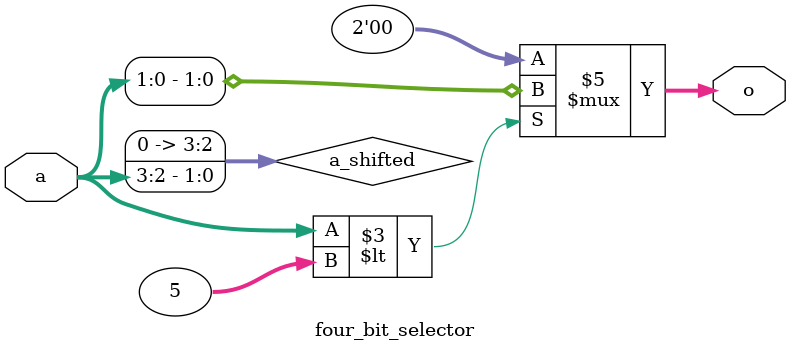
<source format=v>
module four_bit_selector(input [3:0] a, output reg [1:0] o);
    wire [3:0] a_shifted;
    assign a_shifted = a >> 2; // shift input right by 2 bits
    
    always @(*) begin
        if (a < 5) begin
            o = a[1:0]; // output 2 least significant bits of input
        end else begin
            o = a_shifted[3:2]; // output 2 most significant bits of shifted input
        end
    end
endmodule
</source>
